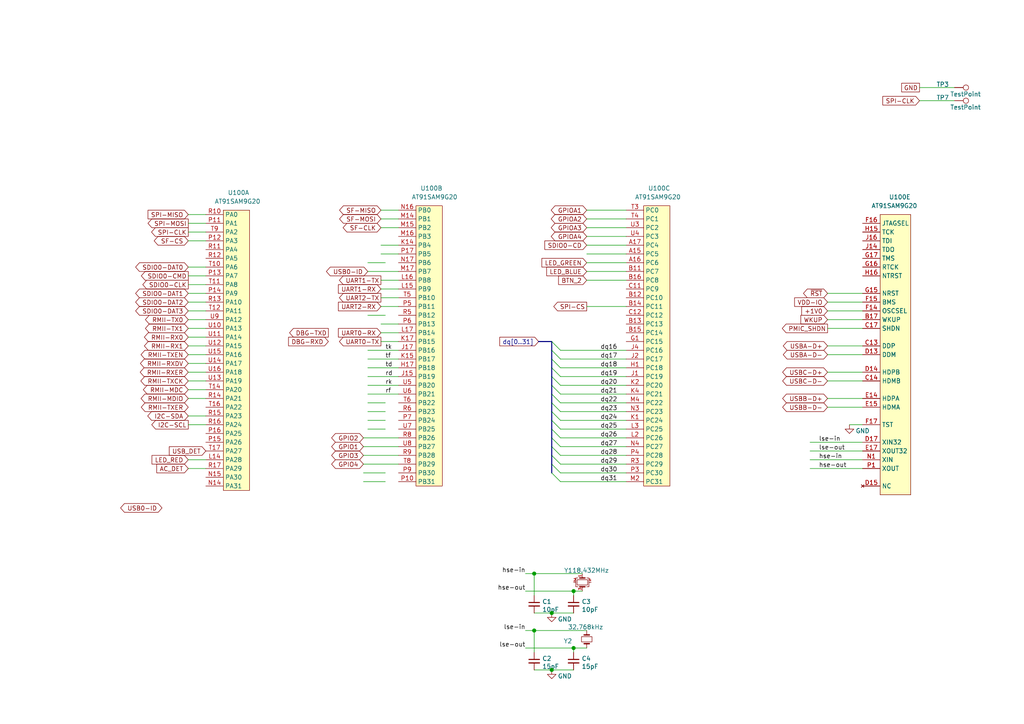
<source format=kicad_sch>
(kicad_sch (version 20250114) (generator "eeschema") (generator_version "9.0")
  (paper "A4")
  (title_block (title "SAM9G20 SBC") (rev "0.1") (company "vd-rd"))
  (lib_symbols
    (symbol "Connector:TestPoint" (pin_numbers (hide yes)) (pin_names (offset 0.762) (hide yes))
      (property "Reference" "TP" (at 0 6.858 0))
      (property "Value" "TestPoint" (at 0 5.08 0))
      (symbol "TestPoint_0_1"
        (circle (center 0 3.302) (radius 0.762))
      )
      (symbol "TestPoint_1_1"
        (pin passive line (at 0 0 90) (length 2.54) (name "1") (number "1"))
      )
    )
    (symbol "Device:C_Small" (pin_numbers (hide yes)) (pin_names (offset 0.254) (hide yes))
      (property "Reference" "C" (at 0.254 1.778 0))
      (property "Value" "C_Small" (at 0.254 -2.032 0))
      (symbol "C_Small_0_1"
        (polyline (pts (xy -1.524 0.508) (xy 1.524 0.508)) (stroke (width 0.3048)))
        (polyline (pts (xy -1.524 -0.508) (xy 1.524 -0.508)) (stroke (width 0.3302)))
      )
      (symbol "C_Small_1_1"
        (pin passive line (at 0 2.54 270) (length 2.032) (name "~") (number "1"))
        (pin passive line (at 0 -2.54 90) (length 2.032) (name "~") (number "2"))
      )
    )
    (symbol "Device:Crystal_GND24_Small" (pin_names (offset 1.016) (hide yes))
      (property "Reference" "Y" (at 1.27 4.445 0))
      (property "Value" "Crystal_GND24_Small" (at 1.27 2.54 0))
      (symbol "Crystal_GND24_Small_0_1"
        (polyline (pts (xy -1.27 1.27) (xy -1.27 1.905) (xy 1.27 1.905) (xy 1.27 1.27)))
        (polyline (pts (xy -1.27 -0.762) (xy -1.27 0.762)) (stroke (width 0.381)))
        (polyline (pts (xy -1.27 -1.27) (xy -1.27 -1.905) (xy 1.27 -1.905) (xy 1.27 -1.27)))
        (rectangle (start -0.762 -1.524) (end 0.762 1.524))
        (polyline (pts (xy 1.27 -0.762) (xy 1.27 0.762)) (stroke (width 0.381)))
      )
      (symbol "Crystal_GND24_Small_1_1"
        (pin passive line (at -2.54 0 0) (length 1.27) (name "1") (number "1"))
        (pin passive line (at 0 2.54 270) (length 0.635) (name "4") (number "4"))
        (pin passive line (at 0 -2.54 90) (length 0.635) (name "2") (number "2"))
        (pin passive line (at 2.54 0 180) (length 1.27) (name "3") (number "3"))
      )
    )
    (symbol "Device:Crystal_Small" (pin_numbers (hide yes)) (pin_names (offset 1.016) (hide yes))
      (property "Reference" "Y" (at 0 2.54 0))
      (property "Value" "Crystal_Small" (at 0 -2.54 0))
      (symbol "Crystal_Small_0_1"
        (polyline (pts (xy -1.27 -0.762) (xy -1.27 0.762)) (stroke (width 0.381)))
        (rectangle (start -0.762 -1.524) (end 0.762 1.524))
        (polyline (pts (xy 1.27 -0.762) (xy 1.27 0.762)) (stroke (width 0.381)))
      )
      (symbol "Crystal_Small_1_1"
        (pin passive line (at -2.54 0 0) (length 1.27) (name "1") (number "1"))
        (pin passive line (at 2.54 0 180) (length 1.27) (name "2") (number "2"))
      )
    )
    (symbol "microchip:AT91SAM9G20"
      (property "Reference" "U" (at 0 43.18 0))
      (property "Value" "AT91SAM9G20" (at -8.89 43.18 0))
      (symbol "AT91SAM9G20_1_0"
        (pin passive line (at -8.89 39.37 0) (length 5.08) (name "PA0") (number "R10"))
        (pin passive line (at -8.89 36.83 0) (length 5.08) (name "PA1") (number "P11"))
        (pin passive line (at -8.89 34.29 0) (length 5.08) (name "PA2") (number "T9"))
        (pin passive line (at -8.89 31.75 0) (length 5.08) (name "PA3") (number "P12"))
        (pin passive line (at -8.89 29.21 0) (length 5.08) (name "PA4") (number "R11"))
        (pin passive line (at -8.89 26.67 0) (length 5.08) (name "PA5") (number "R12"))
        (pin passive line (at -8.89 24.13 0) (length 5.08) (name "PA6") (number "T10"))
        (pin passive line (at -8.89 21.59 0) (length 5.08) (name "PA7") (number "P13"))
        (pin passive line (at -8.89 19.05 0) (length 5.08) (name "PA8") (number "T11"))
        (pin passive line (at -8.89 16.51 0) (length 5.08) (name "PA9") (number "P14"))
        (pin passive line (at -8.89 13.97 0) (length 5.08) (name "PA10") (number "R13"))
        (pin passive line (at -8.89 11.43 0) (length 5.08) (name "PA11") (number "T12"))
        (pin passive line (at -8.89 8.89 0) (length 5.08) (name "PA12") (number "U9"))
        (pin passive line (at -8.89 6.35 0) (length 5.08) (name "PA13") (number "U10"))
        (pin passive line (at -8.89 3.81 0) (length 5.08) (name "PA14") (number "U11"))
        (pin passive line (at -8.89 1.27 0) (length 5.08) (name "PA15") (number "U12"))
        (pin passive line (at -8.89 -1.27 0) (length 5.08) (name "PA16") (number "U15"))
        (pin passive line (at -8.89 -3.81 0) (length 5.08) (name "PA17") (number "U14"))
        (pin passive line (at -8.89 -6.35 0) (length 5.08) (name "PA18") (number "U16"))
        (pin passive line (at -8.89 -8.89 0) (length 5.08) (name "PA19") (number "U13"))
        (pin passive line (at -8.89 -11.43 0) (length 5.08) (name "PA20") (number "T14"))
        (pin passive line (at -8.89 -13.97 0) (length 5.08) (name "PA21") (number "R14"))
        (pin passive line (at -8.89 -16.51 0) (length 5.08) (name "PA22") (number "T16"))
        (pin passive line (at -8.89 -19.05 0) (length 5.08) (name "PA23") (number "R15"))
        (pin passive line (at -8.89 -21.59 0) (length 5.08) (name "PA24") (number "R16"))
        (pin passive line (at -8.89 -24.13 0) (length 5.08) (name "PA25") (number "P16"))
        (pin passive line (at -8.89 -26.67 0) (length 5.08) (name "PA26") (number "P15"))
        (pin passive line (at -8.89 -29.21 0) (length 5.08) (name "PA27") (number "T17"))
        (pin passive line (at -8.89 -31.75 0) (length 5.08) (name "PA28") (number "L14"))
        (pin passive line (at -8.89 -34.29 0) (length 5.08) (name "PA29") (number "R17"))
        (pin passive line (at -8.89 -36.83 0) (length 5.08) (name "PA30") (number "N15"))
        (pin passive line (at -8.89 -39.37 0) (length 5.08) (name "PA31") (number "N14"))
      )
      (symbol "AT91SAM9G20_1_1"
        (rectangle (start -3.81 40.64) (end 3.81 -40.64) (stroke (width 0.1524)) (fill (type background)))
      )
      (symbol "AT91SAM9G20_2_0"
        (pin passive line (at -8.89 39.37 0) (length 5.08) (name "PB0") (number "N16"))
        (pin passive line (at -8.89 36.83 0) (length 5.08) (name "PB1") (number "M14"))
        (pin passive line (at -8.89 34.29 0) (length 5.08) (name "PB2") (number "M15"))
        (pin passive line (at -8.89 31.75 0) (length 5.08) (name "PB3") (number "M16"))
        (pin passive line (at -8.89 29.21 0) (length 5.08) (name "PB4") (number "K14"))
        (pin passive line (at -8.89 26.67 0) (length 5.08) (name "PB5") (number "P17"))
        (pin passive line (at -8.89 24.13 0) (length 5.08) (name "PB6") (number "N17"))
        (pin passive line (at -8.89 21.59 0) (length 5.08) (name "PB7") (number "M17"))
        (pin passive line (at -8.89 19.05 0) (length 5.08) (name "PB8") (number "L16"))
        (pin passive line (at -8.89 16.51 0) (length 5.08) (name "PB9") (number "L15"))
        (pin passive line (at -8.89 13.97 0) (length 5.08) (name "PB10") (number "T5"))
        (pin passive line (at -8.89 11.43 0) (length 5.08) (name "PB11") (number "P5"))
        (pin passive line (at -8.89 8.89 0) (length 5.08) (name "PB12") (number "R5"))
        (pin passive line (at -8.89 6.35 0) (length 5.08) (name "PB13") (number "P6"))
        (pin passive line (at -8.89 3.81 0) (length 5.08) (name "PB14") (number "L17"))
        (pin passive line (at -8.89 1.27 0) (length 5.08) (name "PB15") (number "K17"))
        (pin passive line (at -8.89 -1.27 0) (length 5.08) (name "PB16") (number "J17"))
        (pin passive line (at -8.89 -3.81 0) (length 5.08) (name "PB17") (number "K15"))
        (pin passive line (at -8.89 -6.35 0) (length 5.08) (name "PB18") (number "H17"))
        (pin passive line (at -8.89 -8.89 0) (length 5.08) (name "PB19") (number "J15"))
        (pin passive line (at -8.89 -11.43 0) (length 5.08) (name "PB20") (number "U5"))
        (pin passive line (at -8.89 -13.97 0) (length 5.08) (name "PB21") (number "U6"))
        (pin passive line (at -8.89 -16.51 0) (length 5.08) (name "PB22") (number "T6"))
        (pin passive line (at -8.89 -19.05 0) (length 5.08) (name "PB23") (number "R6"))
        (pin passive line (at -8.89 -21.59 0) (length 5.08) (name "PB24") (number "P7"))
        (pin passive line (at -8.89 -24.13 0) (length 5.08) (name "PB25") (number "U7"))
        (pin passive line (at -8.89 -26.67 0) (length 5.08) (name "PB26") (number "R8"))
        (pin passive line (at -8.89 -29.21 0) (length 5.08) (name "PB27") (number "U8"))
        (pin passive line (at -8.89 -31.75 0) (length 5.08) (name "PB28") (number "R9"))
        (pin passive line (at -8.89 -34.29 0) (length 5.08) (name "PB29") (number "T8"))
        (pin passive line (at -8.89 -36.83 0) (length 5.08) (name "PB30") (number "P9"))
        (pin passive line (at -8.89 -39.37 0) (length 5.08) (name "PB31") (number "P10"))
      )
      (symbol "AT91SAM9G20_2_1"
        (rectangle (start -3.81 40.64) (end 3.81 -40.64) (stroke (width 0.1524)) (fill (type background)))
      )
      (symbol "AT91SAM9G20_3_0"
        (pin passive line (at -8.89 39.37 0) (length 5.08) (name "PC0") (number "T3"))
        (pin passive line (at -8.89 36.83 0) (length 5.08) (name "PC1") (number "T4"))
        (pin passive line (at -8.89 34.29 0) (length 5.08) (name "PC2") (number "U3"))
        (pin passive line (at -8.89 31.75 0) (length 5.08) (name "PC3") (number "U4"))
        (pin passive line (at -8.89 29.21 0) (length 5.08) (name "PC4") (number "A17"))
        (pin passive line (at -8.89 26.67 0) (length 5.08) (name "PC5") (number "A15"))
        (pin passive line (at -8.89 24.13 0) (length 5.08) (name "PC6") (number "A16"))
        (pin passive line (at -8.89 21.59 0) (length 5.08) (name "PC7") (number "B11"))
        (pin passive line (at -8.89 19.05 0) (length 5.08) (name "PC8") (number "B16"))
        (pin passive line (at -8.89 16.51 0) (length 5.08) (name "PC9") (number "C11"))
        (pin passive line (at -8.89 13.97 0) (length 5.08) (name "PC10") (number "B12"))
        (pin passive line (at -8.89 11.43 0) (length 5.08) (name "PC11") (number "B14"))
        (pin passive line (at -8.89 8.89 0) (length 5.08) (name "PC12") (number "C12"))
        (pin passive line (at -8.89 6.35 0) (length 5.08) (name "PC13") (number "B13"))
        (pin passive line (at -8.89 3.81 0) (length 5.08) (name "PC14") (number "B15"))
        (pin passive line (at -8.89 1.27 0) (length 5.08) (name "PC15") (number "G1"))
        (pin passive line (at -8.89 -1.27 0) (length 5.08) (name "PC16") (number "J4"))
        (pin passive line (at -8.89 -3.81 0) (length 5.08) (name "PC17") (number "J2"))
        (pin passive line (at -8.89 -6.35 0) (length 5.08) (name "PC18") (number "H1"))
        (pin passive line (at -8.89 -8.89 0) (length 5.08) (name "PC19") (number "J1"))
        (pin passive line (at -8.89 -11.43 0) (length 5.08) (name "PC20") (number "K2"))
        (pin passive line (at -8.89 -13.97 0) (length 5.08) (name "PC21") (number "K4"))
        (pin passive line (at -8.89 -16.51 0) (length 5.08) (name "PC22") (number "M4"))
        (pin passive line (at -8.89 -19.05 0) (length 5.08) (name "PC23") (number "N3"))
        (pin passive line (at -8.89 -21.59 0) (length 5.08) (name "PC24") (number "K1"))
        (pin passive line (at -8.89 -24.13 0) (length 5.08) (name "PC25") (number "L3"))
        (pin passive line (at -8.89 -26.67 0) (length 5.08) (name "PC26") (number "L2"))
        (pin passive line (at -8.89 -29.21 0) (length 5.08) (name "PC27") (number "N4"))
        (pin passive line (at -8.89 -31.75 0) (length 5.08) (name "PC28") (number "P4"))
        (pin passive line (at -8.89 -34.29 0) (length 5.08) (name "PC29") (number "R3"))
        (pin passive line (at -8.89 -36.83 0) (length 5.08) (name "PC30") (number "P3"))
        (pin passive line (at -8.89 -39.37 0) (length 5.08) (name "PC31") (number "M2"))
      )
      (symbol "AT91SAM9G20_3_1"
        (rectangle (start -3.81 40.64) (end 3.81 -40.64) (stroke (width 0.1524)) (fill (type background)))
      )
      (symbol "AT91SAM9G20_4_0"
        (pin passive line (at -12.7 38.1 0) (length 5.08) (name "A0/NBS0") (number "A2"))
        (pin passive line (at -12.7 35.56 0) (length 5.08) (name "A1/NBS2/NWR2") (number "A3"))
        (pin passive line (at -12.7 33.02 0) (length 5.08) (name "A2") (number "C4"))
        (pin passive line (at -12.7 30.48 0) (length 5.08) (name "A3") (number "B5"))
        (pin passive line (at -12.7 27.94 0) (length 5.08) (name "A4") (number "C5"))
        (pin passive line (at -12.7 25.4 0) (length 5.08) (name "A5") (number "D5"))
        (pin passive line (at -12.7 22.86 0) (length 5.08) (name "A6") (number "A4"))
        (pin passive line (at -12.7 20.32 0) (length 5.08) (name "A7") (number "B6"))
        (pin passive line (at -12.7 17.78 0) (length 5.08) (name "A8") (number "A5"))
        (pin passive line (at -12.7 15.24 0) (length 5.08) (name "A9") (number "C6"))
        (pin passive line (at -12.7 12.7 0) (length 5.08) (name "A10") (number "D7"))
        (pin passive line (at -12.7 10.16 0) (length 5.08) (name "A11") (number "A6"))
        (pin passive line (at -12.7 7.62 0) (length 5.08) (name "A12") (number "B7"))
        (pin passive line (at -12.7 5.08 0) (length 5.08) (name "A13") (number "A7"))
        (pin passive line (at -12.7 2.54 0) (length 5.08) (name "A14") (number "C7"))
        (pin passive line (at -12.7 0 0) (length 5.08) (name "A15") (number "B8"))
        (pin passive line (at -12.7 -2.54 0) (length 5.08) (name "A16/BA0") (number "A8"))
        (pin passive line (at -12.7 -5.08 0) (length 5.08) (name "A17/BA1") (number "C8"))
        (pin passive line (at -12.7 -7.62 0) (length 5.08) (name "A18") (number "A9"))
        (pin passive line (at -12.7 -10.16 0) (length 5.08) (name "A19") (number "C9"))
        (pin passive line (at -12.7 -12.7 0) (length 5.08) (name "A20") (number "B9"))
        (pin passive line (at -12.7 -15.24 0) (length 5.08) (name "A21") (number "A10"))
        (pin passive line (at -12.7 -17.78 0) (length 5.08) (name "A22") (number "A11"))
        (pin passive line (at -12.7 -22.86 0) (length 5.08) (name "SDA10") (number "B4"))
        (pin passive line (at -12.7 -27.94 0) (length 5.08) (name "RAS") (number "D3"))
        (pin passive line (at -12.7 -30.48 0) (length 5.08) (name "SDWE") (number "F2"))
        (pin passive line (at -12.7 -33.02 0) (length 5.08) (name "CAS") (number "C3"))
        (pin passive line (at -12.7 -35.56 0) (length 5.08) (name "SDCK") (number "B1"))
        (pin passive line (at -12.7 -38.1 0) (length 5.08) (name "SDCKE") (number "G3"))
        (pin passive line (at 24.13 38.1 180) (length 5.08) (name "D0") (number "D4"))
        (pin passive line (at 24.13 35.56 180) (length 5.08) (name "D1") (number "C2"))
        (pin passive line (at 24.13 33.02 180) (length 5.08) (name "D2") (number "D2"))
        (pin passive line (at 24.13 30.48 180) (length 5.08) (name "D3") (number "E3"))
        (pin passive line (at 24.13 27.94 180) (length 5.08) (name "D4") (number "E4"))
        (pin passive line (at 24.13 25.4 180) (length 5.08) (name "D5") (number "E2"))
        (pin passive line (at 24.13 22.86 180) (length 5.08) (name "D6") (number "F3"))
        (pin passive line (at 24.13 20.32 180) (length 5.08) (name "D7") (number "G2"))
        (pin passive line (at 24.13 17.78 180) (length 5.08) (name "D8") (number "C1"))
        (pin passive line (at 24.13 15.24 180) (length 5.08) (name "D9") (number "D1"))
        (pin passive line (at 24.13 12.7 180) (length 5.08) (name "D10") (number "E1"))
        (pin passive line (at 24.13 10.16 180) (length 5.08) (name "D11") (number "H4"))
        (pin passive line (at 24.13 7.62 180) (length 5.08) (name "D12") (number "H3"))
        (pin passive line (at 24.13 5.08 180) (length 5.08) (name "D13") (number "F1"))
        (pin passive line (at 24.13 2.54 180) (length 5.08) (name "D14") (number "H2"))
        (pin passive line (at 24.13 0 180) (length 5.08) (name "D15") (number "K3"))
        (pin passive line (at 24.13 -6.35 180) (length 5.08) (name "NCS0") (number "A14"))
        (pin passive line (at 24.13 -8.89 180) (length 5.08) (name "NCS1/SDCS") (number "B3"))
        (pin passive line (at 24.13 -19.05 180) (length 5.08) (name "NWR0/NWE/CFWE") (number "A12"))
        (pin passive line (at 24.13 -21.59 180) (length 5.08) (name "NWR1/NBS1/CFIOR") (number "B2"))
        (pin passive line (at 24.13 -24.13 180) (length 5.08) (name "NWR3/NBS3/CFIOW") (number "A1"))
        (pin passive line (at 24.13 -29.21 180) (length 5.08) (name "NRD/CFOE") (number "A13"))
        (pin passive line (at 24.13 -31.75 180) (length 5.08) (name "NANDWE") (number "B10"))
        (pin passive line (at 24.13 -34.29 180) (length 5.08) (name "NANDOE") (number "C10"))
      )
      (symbol "AT91SAM9G20_4_1"
        (rectangle (start -7.62 39.37) (end 19.05 -39.37) (stroke (width 0.1524)) (fill (type background)))
      )
      (symbol "AT91SAM9G20_5_0"
        (pin passive line (at -8.89 31.75 0) (length 5.08) (name "JTAGSEL") (number "F16"))
        (pin passive line (at -8.89 29.21 0) (length 5.08) (name "TCK") (number "H15"))
        (pin passive line (at -8.89 26.67 0) (length 5.08) (name "TDI") (number "J16"))
        (pin passive line (at -8.89 24.13 0) (length 5.08) (name "TDO") (number "J14"))
        (pin passive line (at -8.89 21.59 0) (length 5.08) (name "TMS") (number "G17"))
        (pin passive line (at -8.89 19.05 0) (length 5.08) (name "RTCK") (number "G16"))
        (pin passive line (at -8.89 16.51 0) (length 5.08) (name "NTRST") (number "H16"))
        (pin passive line (at -8.89 11.43 0) (length 5.08) (name "NRST") (number "G15"))
        (pin passive line (at -8.89 8.89 0) (length 5.08) (name "BMS") (number "F15"))
        (pin passive line (at -8.89 6.35 0) (length 5.08) (name "OSCSEL") (number "F14"))
        (pin passive line (at -8.89 3.81 0) (length 5.08) (name "WKUP") (number "B17"))
        (pin passive line (at -8.89 1.27 0) (length 5.08) (name "SHDN") (number "C17"))
        (pin passive line (at -8.89 -3.81 0) (length 5.08) (name "DDP") (number "C13"))
        (pin passive line (at -8.89 -6.35 0) (length 5.08) (name "DDM") (number "D13"))
        (pin passive line (at -8.89 -11.43 0) (length 5.08) (name "HDPB") (number "D14"))
        (pin passive line (at -8.89 -13.97 0) (length 5.08) (name "HDMB") (number "C14"))
        (pin passive line (at -8.89 -19.05 0) (length 5.08) (name "HDPA") (number "E14"))
        (pin passive line (at -8.89 -21.59 0) (length 5.08) (name "HDMA") (number "E15"))
        (pin passive line (at -8.89 -26.67 0) (length 5.08) (name "TST") (number "F17"))
        (pin passive line (at -8.89 -31.75 0) (length 5.08) (name "XIN32") (number "D17"))
        (pin passive line (at -8.89 -34.29 0) (length 5.08) (name "XOUT32") (number "E17"))
        (pin passive line (at -8.89 -36.83 0) (length 5.08) (name "XIN") (number "N1"))
        (pin passive line (at -8.89 -39.37 0) (length 5.08) (name "XOUT") (number "P1"))
        (pin no_connect line (at -8.89 -44.45 0) (length 5.08) (hide yes) (name "NC") (number "C15"))
        (pin no_connect line (at -8.89 -44.45 0) (length 5.08) (name "NC") (number "D15"))
        (pin no_connect line (at -8.89 -44.45 0) (length 5.08) (hide yes) (name "NC") (number "R1"))
        (pin no_connect line (at -8.89 -44.45 0) (length 5.08) (hide yes) (name "NC") (number "T1"))
      )
      (symbol "AT91SAM9G20_5_1"
        (rectangle (start -3.81 34.29) (end 5.08 -46.99) (stroke (width 0.1524)) (fill (type background)))
      )
      (symbol "AT91SAM9G20_6_0"
        (pin power_in line (at -6.35 34.29 0) (length 5.08) (hide yes) (name "VDDIOP") (number "P8"))
        (pin power_in line (at -6.35 34.29 0) (length 5.08) (name "VDDIOP") (number "U17"))
        (pin power_in line (at -6.35 29.21 0) (length 5.08) (name "VDDIOM") (number "D11"))
        (pin power_in line (at -6.35 29.21 0) (length 5.08) (hide yes) (name "VDDIOM") (number "G4"))
        (pin power_in line (at -6.35 29.21 0) (length 5.08) (hide yes) (name "VDDIOM") (number "J3"))
        (pin power_in line (at -6.35 24.13 0) (length 5.08) (hide yes) (name "VDDCORE") (number "D9"))
        (pin power_in line (at -6.35 24.13 0) (length 5.08) (hide yes) (name "VDDCORE") (number "H14"))
        (pin power_in line (at -6.35 24.13 0) (length 5.08) (hide yes) (name "VDDCORE") (number "M1"))
        (pin power_in line (at -6.35 24.13 0) (length 5.08) (name "VDDCORE") (number "T13"))
        (pin passive line (at -6.35 19.05 0) (length 5.08) (name "VDDPLL") (number "N2"))
        (pin passive line (at -6.35 19.05 0) (length 5.08) (hide yes) (name "VDDPLL") (number "P2"))
        (pin passive line (at -6.35 16.51 0) (length 5.08) (name "GNDPLL") (number "T2"))
        (pin passive line (at -6.35 16.51 0) (length 5.08) (hide yes) (name "GNDPLL") (number "U1"))
        (pin power_in line (at -6.35 11.43 0) (length 5.08) (name "VDDBU") (number "D16"))
        (pin passive line (at -6.35 8.89 0) (length 5.08) (name "GNDBU") (number "E16"))
        (pin passive line (at -6.35 3.81 0) (length 5.08) (name "VDDUSB") (number "C16"))
        (pin passive line (at -6.35 1.27 0) (length 5.08) (name "GNDUSB") (number "D10"))
        (pin passive line (at -6.35 1.27 0) (length 5.08) (hide yes) (name "GNDUSB") (number "D12"))
        (pin passive line (at -6.35 -3.81 0) (length 5.08) (name "VDDOSC") (number "L4"))
        (pin passive line (at -6.35 -8.89 0) (length 5.08) (name "VDDANA") (number "R4"))
        (pin passive line (at -6.35 -11.43 0) (length 5.08) (name "ADVREF") (number "U2"))
        (pin passive line (at -6.35 -13.97 0) (length 5.08) (name "GNDANA") (number "R2"))
        (pin passive line (at -6.35 -19.05 0) (length 5.08) (name "GND") (number "D6"))
        (pin passive line (at -6.35 -19.05 0) (length 5.08) (hide yes) (name "GND") (number "D8"))
        (pin passive line (at -6.35 -19.05 0) (length 5.08) (hide yes) (name "GND") (number "F4"))
        (pin passive line (at -6.35 -19.05 0) (length 5.08) (hide yes) (name "GND") (number "G14"))
        (pin passive line (at -6.35 -19.05 0) (length 5.08) (hide yes) (name "GND") (number "H10"))
        (pin passive line (at -6.35 -19.05 0) (length 5.08) (hide yes) (name "GND") (number "H8"))
        (pin passive line (at -6.35 -19.05 0) (length 5.08) (hide yes) (name "GND") (number "H9"))
        (pin passive line (at -6.35 -19.05 0) (length 5.08) (hide yes) (name "GND") (number "J10"))
        (pin passive line (at -6.35 -19.05 0) (length 5.08) (hide yes) (name "GND") (number "J8"))
        (pin passive line (at -6.35 -19.05 0) (length 5.08) (hide yes) (name "GND") (number "J9"))
        (pin passive line (at -6.35 -19.05 0) (length 5.08) (hide yes) (name "GND") (number "K10"))
        (pin passive line (at -6.35 -19.05 0) (length 5.08) (hide yes) (name "GND") (number "K16"))
        (pin passive line (at -6.35 -19.05 0) (length 5.08) (hide yes) (name "GND") (number "K8"))
        (pin passive line (at -6.35 -19.05 0) (length 5.08) (hide yes) (name "GND") (number "K9"))
        (pin passive line (at -6.35 -19.05 0) (length 5.08) (hide yes) (name "GND") (number "L1"))
        (pin passive line (at -6.35 -19.05 0) (length 5.08) (hide yes) (name "GND") (number "M3"))
        (pin passive line (at -6.35 -19.05 0) (length 5.08) (hide yes) (name "GND") (number "R7"))
        (pin passive line (at -6.35 -19.05 0) (length 5.08) (hide yes) (name "GND") (number "T15"))
        (pin passive line (at -6.35 -19.05 0) (length 5.08) (hide yes) (name "GND") (number "T7"))
      )
      (symbol "AT91SAM9G20_6_1"
        (rectangle (start -1.27 38.1) (end 7.62 -21.59) (stroke (width 0.1524)) (fill (type background)))
      )
    )
    (symbol "power:GND" (power) (pin_names (offset 0))
      (property "Value" "GND" (at 0 -3.81 0))
      (symbol "GND_0_1"
        (polyline (pts (xy 0 0) (xy 0 -1.27) (xy 1.27 -1.27) (xy 0 -2.54) (xy -1.27 -1.27) (xy 0 -1.27)))
      )
      (symbol "GND_1_1"
        (pin power_in line (at 0 0 270) (length 0) (hide yes) (name "GND") (number "1"))
      )
    )
  )
  (junction (at 160.02 194.31) (diameter 1.016))
  (junction (at 154.94 166.37) (diameter 1.016))
  (junction (at 160.02 177.8) (diameter 1.016))
  (junction (at 166.37 187.96) (diameter 1.016))
  (junction (at 154.94 182.88) (diameter 1.016))
  (junction (at 166.37 171.45) (diameter 1.016))
  (bus_entry (at 160.02 124.46) (size 2.54 2.54) (stroke (width 0.1524)))
  (bus_entry (at 160.02 111.76) (size 2.54 2.54) (stroke (width 0.1524)))
  (bus_entry (at 160.02 127) (size 2.54 2.54) (stroke (width 0.1524)))
  (bus_entry (at 160.02 99.06) (size 2.54 2.54) (stroke (width 0.1524)))
  (bus_entry (at 160.02 101.6) (size 2.54 2.54) (stroke (width 0.1524)))
  (bus_entry (at 160.02 106.68) (size 2.54 2.54) (stroke (width 0.1524)))
  (bus_entry (at 160.02 104.14) (size 2.54 2.54) (stroke (width 0.1524)))
  (bus_entry (at 160.02 121.92) (size 2.54 2.54) (stroke (width 0.1524)))
  (bus_entry (at 160.02 109.22) (size 2.54 2.54) (stroke (width 0.1524)))
  (bus_entry (at 160.02 114.3) (size 2.54 2.54) (stroke (width 0.1524)))
  (bus_entry (at 160.02 116.84) (size 2.54 2.54) (stroke (width 0.1524)))
  (bus_entry (at 160.02 119.38) (size 2.54 2.54) (stroke (width 0.1524)))
  (bus_entry (at 160.02 132.08) (size 2.54 2.54) (stroke (width 0.1524)))
  (bus_entry (at 160.02 129.54) (size 2.54 2.54) (stroke (width 0.1524)))
  (bus_entry (at 160.02 137.16) (size 2.54 2.54) (stroke (width 0.1524)))
  (bus_entry (at 160.02 134.62) (size 2.54 2.54) (stroke (width 0.1524)))
  (wire (pts (xy 54.61 133.35) (xy 59.69 133.35)))
  (wire (pts (xy 54.61 100.33) (xy 59.69 100.33)))
  (wire (pts (xy 234.95 128.27) (xy 250.19 128.27)))
  (wire (pts (xy 181.61 116.84) (xy 162.56 116.84)))
  (wire (pts (xy 54.61 97.79) (xy 59.69 97.79)))
  (wire (pts (xy 240.03 87.63) (xy 250.19 87.63)))
  (bus (pts (xy 160.02 99.06) (xy 156.21 99.06)))
  (wire (pts (xy 54.61 105.41) (xy 59.69 105.41)))
  (wire (pts (xy 110.49 83.82) (xy 115.57 83.82)))
  (wire (pts (xy 110.49 60.96) (xy 115.57 60.96)))
  (wire (pts (xy 181.61 134.62) (xy 162.56 134.62)))
  (wire (pts (xy 106.68 104.14) (xy 115.57 104.14)))
  (wire (pts (xy 110.49 93.98) (xy 115.57 93.98)))
  (wire (pts (xy 170.18 81.28) (xy 181.61 81.28)))
  (wire (pts (xy 160.02 194.31) (xy 166.37 194.31)))
  (wire (pts (xy 54.61 64.77) (xy 59.69 64.77)))
  (wire (pts (xy 105.41 139.7) (xy 111.76 139.7)))
  (wire (pts (xy 166.37 187.96) (xy 170.18 187.96)))
  (wire (pts (xy 152.4 187.96) (xy 166.37 187.96)))
  (wire (pts (xy 106.68 111.76) (xy 115.57 111.76)))
  (wire (pts (xy 110.49 99.06) (xy 115.57 99.06)))
  (wire (pts (xy 166.37 171.45) (xy 166.37 172.72)))
  (wire (pts (xy 54.61 85.09) (xy 59.69 85.09)))
  (wire (pts (xy 266.7 25.4) (xy 276.86 25.4)))
  (wire (pts (xy 170.18 71.12) (xy 181.61 71.12)))
  (wire (pts (xy 106.68 121.92) (xy 111.76 121.92)))
  (wire (pts (xy 170.18 78.74) (xy 181.61 78.74)))
  (wire (pts (xy 240.03 90.17) (xy 250.19 90.17)))
  (wire (pts (xy 105.41 127) (xy 115.57 127)))
  (wire (pts (xy 240.03 95.25) (xy 250.19 95.25)))
  (wire (pts (xy 181.61 129.54) (xy 162.56 129.54)))
  (wire (pts (xy 54.61 113.03) (xy 59.69 113.03)))
  (wire (pts (xy 54.61 115.57) (xy 59.69 115.57)))
  (wire (pts (xy 110.49 86.36) (xy 115.57 86.36)))
  (wire (pts (xy 54.61 102.87) (xy 59.69 102.87)))
  (wire (pts (xy 54.61 95.25) (xy 59.69 95.25)))
  (wire (pts (xy 110.49 63.5) (xy 115.57 63.5)))
  (wire (pts (xy 170.18 60.96) (xy 181.61 60.96)))
  (wire (pts (xy 154.94 194.31) (xy 160.02 194.31)))
  (wire (pts (xy 54.61 110.49) (xy 59.69 110.49)))
  (wire (pts (xy 181.61 124.46) (xy 162.56 124.46)))
  (wire (pts (xy 240.03 100.33) (xy 250.19 100.33)))
  (wire (pts (xy 154.94 166.37) (xy 168.91 166.37)))
  (wire (pts (xy 152.4 166.37) (xy 154.94 166.37)))
  (wire (pts (xy 154.94 182.88) (xy 170.18 182.88)))
  (wire (pts (xy 152.4 182.88) (xy 154.94 182.88)))
  (wire (pts (xy 170.18 63.5) (xy 181.61 63.5)))
  (wire (pts (xy 54.61 82.55) (xy 59.69 82.55)))
  (wire (pts (xy 170.18 76.2) (xy 181.61 76.2)))
  (wire (pts (xy 106.68 76.2) (xy 111.76 76.2)))
  (wire (pts (xy 106.68 114.3) (xy 115.57 114.3)))
  (wire (pts (xy 106.68 119.38) (xy 111.76 119.38)))
  (wire (pts (xy 181.61 104.14) (xy 162.56 104.14)))
  (wire (pts (xy 110.49 81.28) (xy 115.57 81.28)))
  (wire (pts (xy 240.03 92.71) (xy 250.19 92.71)))
  (wire (pts (xy 170.18 73.66) (xy 181.61 73.66)))
  (wire (pts (xy 54.61 69.85) (xy 59.69 69.85)))
  (wire (pts (xy 54.61 62.23) (xy 59.69 62.23)))
  (wire (pts (xy 54.61 107.95) (xy 59.69 107.95)))
  (wire (pts (xy 106.68 91.44) (xy 111.76 91.44)))
  (wire (pts (xy 54.61 120.65) (xy 59.69 120.65)))
  (wire (pts (xy 106.68 106.68) (xy 115.57 106.68)))
  (wire (pts (xy 110.49 71.12) (xy 115.57 71.12)))
  (wire (pts (xy 54.61 92.71) (xy 59.69 92.71)))
  (wire (pts (xy 181.61 111.76) (xy 162.56 111.76)))
  (wire (pts (xy 54.61 77.47) (xy 59.69 77.47)))
  (bus (pts (xy 160.02 114.3) (xy 160.02 116.84)))
  (bus (pts (xy 160.02 116.84) (xy 160.02 119.38)))
  (bus (pts (xy 160.02 119.38) (xy 160.02 121.92)))
  (bus (pts (xy 160.02 121.92) (xy 160.02 124.46)))
  (bus (pts (xy 160.02 127) (xy 160.02 129.54)))
  (bus (pts (xy 160.02 129.54) (xy 160.02 132.08)))
  (bus (pts (xy 160.02 132.08) (xy 160.02 134.62)))
  (bus (pts (xy 160.02 124.46) (xy 160.02 127)))
  (bus (pts (xy 160.02 134.62) (xy 160.02 137.16)))
  (bus (pts (xy 160.02 99.06) (xy 160.02 101.6)))
  (bus (pts (xy 160.02 101.6) (xy 160.02 104.14)))
  (bus (pts (xy 160.02 104.14) (xy 160.02 106.68)))
  (bus (pts (xy 160.02 106.68) (xy 160.02 109.22)))
  (bus (pts (xy 160.02 109.22) (xy 160.02 111.76)))
  (bus (pts (xy 160.02 111.76) (xy 160.02 114.3)))
  (wire (pts (xy 170.18 68.58) (xy 181.61 68.58)))
  (wire (pts (xy 105.41 129.54) (xy 115.57 129.54)))
  (wire (pts (xy 181.61 137.16) (xy 162.56 137.16)))
  (wire (pts (xy 152.4 171.45) (xy 166.37 171.45)))
  (wire (pts (xy 166.37 171.45) (xy 168.91 171.45)))
  (wire (pts (xy 154.94 166.37) (xy 154.94 172.72)))
  (wire (pts (xy 181.61 101.6) (xy 162.56 101.6)))
  (wire (pts (xy 181.61 114.3) (xy 162.56 114.3)))
  (wire (pts (xy 54.61 135.89) (xy 59.69 135.89)))
  (wire (pts (xy 105.41 132.08) (xy 115.57 132.08)))
  (wire (pts (xy 110.49 73.66) (xy 115.57 73.66)))
  (wire (pts (xy 240.03 107.95) (xy 250.19 107.95)))
  (wire (pts (xy 240.03 118.11) (xy 250.19 118.11)))
  (wire (pts (xy 106.68 116.84) (xy 111.76 116.84)))
  (wire (pts (xy 106.68 78.74) (xy 115.57 78.74)))
  (wire (pts (xy 106.68 101.6) (xy 115.57 101.6)))
  (wire (pts (xy 105.41 134.62) (xy 115.57 134.62)))
  (wire (pts (xy 181.61 121.92) (xy 162.56 121.92)))
  (wire (pts (xy 54.61 87.63) (xy 59.69 87.63)))
  (wire (pts (xy 54.61 90.17) (xy 59.69 90.17)))
  (wire (pts (xy 154.94 182.88) (xy 154.94 189.23)))
  (wire (pts (xy 106.68 124.46) (xy 111.76 124.46)))
  (wire (pts (xy 240.03 110.49) (xy 250.19 110.49)))
  (wire (pts (xy 234.95 133.35) (xy 250.19 133.35)))
  (wire (pts (xy 240.03 115.57) (xy 250.19 115.57)))
  (wire (pts (xy 106.68 109.22) (xy 115.57 109.22)))
  (wire (pts (xy 181.61 119.38) (xy 162.56 119.38)))
  (wire (pts (xy 54.61 80.01) (xy 59.69 80.01)))
  (wire (pts (xy 240.03 102.87) (xy 250.19 102.87)))
  (wire (pts (xy 154.94 177.8) (xy 160.02 177.8)))
  (wire (pts (xy 160.02 177.8) (xy 166.37 177.8)))
  (wire (pts (xy 110.49 88.9) (xy 115.57 88.9)))
  (wire (pts (xy 54.61 67.31) (xy 59.69 67.31)))
  (wire (pts (xy 110.49 66.04) (xy 115.57 66.04)))
  (wire (pts (xy 166.37 187.96) (xy 166.37 189.23)))
  (wire (pts (xy 54.61 123.19) (xy 59.69 123.19)))
  (wire (pts (xy 234.95 135.89) (xy 250.19 135.89)))
  (wire (pts (xy 234.95 130.81) (xy 250.19 130.81)))
  (wire (pts (xy 105.41 137.16) (xy 111.76 137.16)))
  (wire (pts (xy 110.49 96.52) (xy 115.57 96.52)))
  (wire (pts (xy 246.38 123.19) (xy 250.19 123.19)))
  (wire (pts (xy 170.18 88.9) (xy 181.61 88.9)))
  (wire (pts (xy 181.61 127) (xy 162.56 127)))
  (wire (pts (xy 240.03 85.09) (xy 250.19 85.09)))
  (wire (pts (xy 181.61 109.22) (xy 162.56 109.22)))
  (wire (pts (xy 266.7 29.21) (xy 276.86 29.21)))
  (wire (pts (xy 181.61 139.7) (xy 162.56 139.7)))
  (wire (pts (xy 170.18 66.04) (xy 181.61 66.04)))
  (wire (pts (xy 181.61 132.08) (xy 162.56 132.08)))
  (wire (pts (xy 181.61 106.68) (xy 162.56 106.68)))
  (label "lse-out" (at 152.4 187.96 180))
  (label "lse-in" (at 237.49 128.27 0))
  (label "hse-out" (at 237.49 135.89 0))
  (label "dq19" (at 179.07 109.22 180))
  (label "dq31" (at 179.07 139.7 180))
  (label "dq25" (at 179.07 124.46 180))
  (label "dq29" (at 179.07 134.62 180))
  (label "dq28" (at 179.07 132.08 180))
  (label "dq21" (at 179.07 114.3 180))
  (label "lse-in" (at 152.4 182.88 180))
  (label "lse-out" (at 237.49 130.81 0))
  (label "dq20" (at 179.07 111.76 180))
  (label "dq17" (at 179.07 104.14 180))
  (label "tk" (at 111.76 101.6 0))
  (label "rd" (at 111.76 109.22 0))
  (label "hse-out" (at 152.4 171.45 180))
  (label "dq30" (at 179.07 137.16 180))
  (label "dq22" (at 179.07 116.84 180))
  (label "dq26" (at 179.07 127 180))
  (label "dq16" (at 179.07 101.6 180))
  (label "dq24" (at 179.07 121.92 180))
  (label "rf" (at 111.76 114.3 0))
  (label "tf" (at 111.76 104.14 0))
  (label "rk" (at 111.76 111.76 0))
  (label "dq23" (at 179.07 119.38 180))
  (label "hse-in" (at 237.49 133.35 0))
  (label "td" (at 111.76 106.68 0))
  (label "dq27" (at 179.07 129.54 180))
  (label "hse-in" (at 152.4 166.37 180))
  (label "dq18" (at 179.07 106.68 180))
  (global_label "SPI-CLK" (shape input) (at 266.7 29.21 180) (property "Intersheetrefs" "${INTERSHEET_REFS}" (effects (hide yes))))
  (global_label "GPIOA3" (shape bidirectional) (at 170.18 66.04 180) (property "Intersheetrefs" "${INTERSHEET_REFS}" (effects (hide yes))))
  (global_label "LED_GREEN" (shape input) (at 170.18 76.2 180) (property "Intersheetrefs" "${INTERSHEET_REFS}" (effects (hide yes))))
  (global_label "VDD-IO" (shape input) (at 240.03 87.63 180) (property "Intersheetrefs" "${INTERSHEET_REFS}" (effects (hide yes))))
  (global_label "UART0-TX" (shape output) (at 110.49 99.06 180) (property "Intersheetrefs" "${INTERSHEET_REFS}" (effects (hide yes))))
  (global_label "DBG-RXD" (shape input) (at 95.25 99.06 180) (property "Intersheetrefs" "${INTERSHEET_REFS}" (effects (hide yes))))
  (global_label "RMII-TX1" (shape bidirectional) (at 54.61 95.25 180) (property "Intersheetrefs" "${INTERSHEET_REFS}" (effects (hide yes))))
  (global_label "I2C-SDA" (shape bidirectional) (at 54.61 120.65 180) (property "Intersheetrefs" "${INTERSHEET_REFS}" (effects (hide yes))))
  (global_label "WKUP" (shape input) (at 240.03 92.71 180) (property "Intersheetrefs" "${INTERSHEET_REFS}" (effects (hide yes))))
  (global_label "UART0-RX" (shape input) (at 110.49 96.52 180) (property "Intersheetrefs" "${INTERSHEET_REFS}" (effects (hide yes))))
  (global_label "SDIO0-DAT0" (shape bidirectional) (at 54.61 77.47 180) (property "Intersheetrefs" "${INTERSHEET_REFS}" (effects (hide yes))))
  (global_label "USBA-D-" (shape bidirectional) (at 240.03 102.87 180) (property "Intersheetrefs" "${INTERSHEET_REFS}" (effects (hide yes))))
  (global_label "GPIO1" (shape bidirectional) (at 105.41 129.54 180) (property "Intersheetrefs" "${INTERSHEET_REFS}" (effects (hide yes))))
  (global_label "SPI-CS" (shape output) (at 170.18 88.9 180) (property "Intersheetrefs" "${INTERSHEET_REFS}" (effects (hide yes))))
  (global_label "UART1-TX" (shape output) (at 110.49 81.28 180) (property "Intersheetrefs" "${INTERSHEET_REFS}" (effects (hide yes))))
  (global_label "SDIO0-CD" (shape input) (at 170.18 71.12 180) (property "Intersheetrefs" "${INTERSHEET_REFS}" (effects (hide yes))))
  (global_label "SDIO0-DAT3" (shape bidirectional) (at 54.61 90.17 180) (property "Intersheetrefs" "${INTERSHEET_REFS}" (effects (hide yes))))
  (global_label "SF-CS" (shape bidirectional) (at 54.61 69.85 180) (property "Intersheetrefs" "${INTERSHEET_REFS}" (effects (hide yes))))
  (global_label "USB0-ID" (shape bidirectional) (at 46.99 147.32 180) (property "Intersheetrefs" "${INTERSHEET_REFS}" (effects (hide yes))))
  (global_label "SDIO0-CMD" (shape output) (at 54.61 80.01 180) (property "Intersheetrefs" "${INTERSHEET_REFS}" (effects (hide yes))))
  (global_label "SPI-MOSI" (shape output) (at 54.61 64.77 180) (property "Intersheetrefs" "${INTERSHEET_REFS}" (effects (hide yes))))
  (global_label "USBB-D+" (shape bidirectional) (at 240.03 115.57 180) (property "Intersheetrefs" "${INTERSHEET_REFS}" (effects (hide yes))))
  (global_label "GPIO4" (shape bidirectional) (at 105.41 134.62 180) (property "Intersheetrefs" "${INTERSHEET_REFS}" (effects (hide yes))))
  (global_label "RMII-RX0" (shape bidirectional) (at 54.61 97.79 180) (property "Intersheetrefs" "${INTERSHEET_REFS}" (effects (hide yes))))
  (global_label "LED_BLUE" (shape input) (at 170.18 78.74 180) (property "Intersheetrefs" "${INTERSHEET_REFS}" (effects (hide yes))))
  (global_label "PMIC_SHDN" (shape output) (at 240.03 95.25 180) (property "Intersheetrefs" "${INTERSHEET_REFS}" (effects (hide yes))))
  (global_label "RMII-RXDV" (shape bidirectional) (at 54.61 105.41 180) (property "Intersheetrefs" "${INTERSHEET_REFS}" (effects (hide yes))))
  (global_label "GPIOA1" (shape bidirectional) (at 170.18 60.96 180) (property "Intersheetrefs" "${INTERSHEET_REFS}" (effects (hide yes))))
  (global_label "SF-CLK" (shape bidirectional) (at 110.49 66.04 180) (property "Intersheetrefs" "${INTERSHEET_REFS}" (effects (hide yes))))
  (global_label "LED_RED" (shape input) (at 54.61 133.35 180) (property "Intersheetrefs" "${INTERSHEET_REFS}" (effects (hide yes))))
  (global_label "RMII-MDC" (shape bidirectional) (at 54.61 113.03 180) (property "Intersheetrefs" "${INTERSHEET_REFS}" (effects (hide yes))))
  (global_label "SDIO0-DAT1" (shape bidirectional) (at 54.61 85.09 180) (property "Intersheetrefs" "${INTERSHEET_REFS}" (effects (hide yes))))
  (global_label "SF-MOSI" (shape bidirectional) (at 110.49 63.5 180) (property "Intersheetrefs" "${INTERSHEET_REFS}" (effects (hide yes))))
  (global_label "GPIOA4" (shape bidirectional) (at 170.18 68.58 180) (property "Intersheetrefs" "${INTERSHEET_REFS}" (effects (hide yes))))
  (global_label "USBC-D-" (shape bidirectional) (at 240.03 110.49 180) (property "Intersheetrefs" "${INTERSHEET_REFS}" (effects (hide yes))))
  (global_label "RMII-MDIO" (shape bidirectional) (at 54.61 115.57 180) (property "Intersheetrefs" "${INTERSHEET_REFS}" (effects (hide yes))))
  (global_label "RMII-RXER" (shape bidirectional) (at 54.61 107.95 180) (property "Intersheetrefs" "${INTERSHEET_REFS}" (effects (hide yes))))
  (global_label "GPIO3" (shape bidirectional) (at 105.41 132.08 180) (property "Intersheetrefs" "${INTERSHEET_REFS}" (effects (hide yes))))
  (global_label "GPIO2" (shape bidirectional) (at 105.41 127 180) (property "Intersheetrefs" "${INTERSHEET_REFS}" (effects (hide yes))))
  (global_label "RMII-TX0" (shape bidirectional) (at 54.61 92.71 180) (property "Intersheetrefs" "${INTERSHEET_REFS}" (effects (hide yes))))
  (global_label "~{RST}" (shape bidirectional) (at 240.03 85.09 180) (property "Intersheetrefs" "${INTERSHEET_REFS}" (effects (hide yes))))
  (global_label "DBG-TXD" (shape output) (at 95.25 96.52 180) (property "Intersheetrefs" "${INTERSHEET_REFS}" (effects (hide yes))))
  (global_label "UART1-RX" (shape input) (at 110.49 83.82 180) (property "Intersheetrefs" "${INTERSHEET_REFS}" (effects (hide yes))))
  (global_label "USBB-D-" (shape bidirectional) (at 240.03 118.11 180) (property "Intersheetrefs" "${INTERSHEET_REFS}" (effects (hide yes))))
  (global_label "RMII-TXEN" (shape bidirectional) (at 54.61 102.87 180) (property "Intersheetrefs" "${INTERSHEET_REFS}" (effects (hide yes))))
  (global_label "UART2-TX" (shape output) (at 110.49 86.36 180) (property "Intersheetrefs" "${INTERSHEET_REFS}" (effects (hide yes))))
  (global_label "I2C-SCL" (shape output) (at 54.61 123.19 180) (property "Intersheetrefs" "${INTERSHEET_REFS}" (effects (hide yes))))
  (global_label "+1V0" (shape input) (at 240.03 90.17 180) (property "Intersheetrefs" "${INTERSHEET_REFS}" (effects (hide yes))))
  (global_label "SPI-MISO" (shape input) (at 54.61 62.23 180) (property "Intersheetrefs" "${INTERSHEET_REFS}" (effects (hide yes))))
  (global_label "UART2-RX" (shape input) (at 110.49 88.9 180) (property "Intersheetrefs" "${INTERSHEET_REFS}" (effects (hide yes))))
  (global_label "USB_DET" (shape input) (at 59.69 130.81 180) (property "Intersheetrefs" "${INTERSHEET_REFS}" (effects (hide yes))))
  (global_label "SPI-CLK" (shape output) (at 54.61 67.31 180) (property "Intersheetrefs" "${INTERSHEET_REFS}" (effects (hide yes))))
  (global_label "SF-MISO" (shape bidirectional) (at 110.49 60.96 180) (property "Intersheetrefs" "${INTERSHEET_REFS}" (effects (hide yes))))
  (global_label "GPIOA2" (shape bidirectional) (at 170.18 63.5 180) (property "Intersheetrefs" "${INTERSHEET_REFS}" (effects (hide yes))))
  (global_label "RMII-TXER" (shape bidirectional) (at 54.61 118.11 180) (property "Intersheetrefs" "${INTERSHEET_REFS}" (effects (hide yes))))
  (global_label "AC_DET" (shape input) (at 54.61 135.89 180) (property "Intersheetrefs" "${INTERSHEET_REFS}" (effects (hide yes))))
  (global_label "SDIO0-DAT2" (shape bidirectional) (at 54.61 87.63 180) (property "Intersheetrefs" "${INTERSHEET_REFS}" (effects (hide yes))))
  (global_label "USBC-D+" (shape bidirectional) (at 240.03 107.95 180) (property "Intersheetrefs" "${INTERSHEET_REFS}" (effects (hide yes))))
  (global_label "BTN_2" (shape input) (at 170.18 81.28 180) (property "Intersheetrefs" "${INTERSHEET_REFS}" (effects (hide yes))))
  (global_label "SDIO0-CLK" (shape output) (at 54.61 82.55 180) (property "Intersheetrefs" "${INTERSHEET_REFS}" (effects (hide yes))))
  (global_label "dq[0..31]" (shape input) (at 156.21 99.06 180) (property "Intersheetrefs" "${INTERSHEET_REFS}" (effects (hide yes))))
  (global_label "USB0-ID" (shape bidirectional) (at 106.68 78.74 180) (property "Intersheetrefs" "${INTERSHEET_REFS}" (effects (hide yes))))
  (global_label "GND" (shape passive) (at 266.7 25.4 180) (property "Intersheetrefs" "${INTERSHEET_REFS}" (effects (hide yes))))
  (global_label "RMII-TXCK" (shape bidirectional) (at 54.61 110.49 180) (property "Intersheetrefs" "${INTERSHEET_REFS}" (effects (hide yes))))
  (global_label "USBA-D+" (shape bidirectional) (at 240.03 100.33 180) (property "Intersheetrefs" "${INTERSHEET_REFS}" (effects (hide yes))))
  (global_label "RMII-RX1" (shape bidirectional) (at 54.61 100.33 180) (property "Intersheetrefs" "${INTERSHEET_REFS}" (effects (hide yes))))
  (symbol (lib_id "power:GND") (at 160.02 177.8 0) (unit 1)
    (property "Reference" "#PWR0103" (effects (hide yes)))
    (property "Value" "GND" (at 163.83 179.5844 0))
  )
  (symbol (lib_id "Device:Crystal_Small") (at 170.18 185.42 90) (unit 1)
    (property "Reference" "Y2" (at 163.4491 185.9291 90) (effects (justify right)))
    (property "Value" "32.768kHz" (at 164.7191 181.8778 90) (effects (justify right)))
    (property "Footprint" "Crystal:Crystal_SMD_3215-2Pin_3.2x1.5mm" (effects (hide yes)))
  )
  (symbol (lib_id "Connector:TestPoint") (at 276.86 29.21 270) (unit 1)
    (property "Reference" "TP7" (at 271.584 28.3069 90) (effects (justify left)))
    (property "Value" "TestPoint" (at 275.59 31.1149 90) (effects (justify left)))
    (property "Footprint" "TestPoint:TestPoint_Pad_D2.0mm" (effects (hide yes)))
  )
  (symbol (lib_id "microchip:AT91SAM9G20") (at 68.58 101.6 0) (unit 1)
    (property "Reference" "U100" (at 66.04 55.88 0) (effects (justify left)))
    (property "Value" "AT91SAM9G20" (at 62.23 58.42 0) (effects (justify left)))
    (property "Footprint" "microchip:AT91SAM9G10" (effects (hide yes)))
  )
  (symbol (lib_id "microchip:AT91SAM9G20") (at 124.46 100.33 0) (unit 2)
    (property "Reference" "U100" (at 121.92 54.61 0) (effects (justify left)))
    (property "Value" "AT91SAM9G20" (at 119.38 57.15 0) (effects (justify left)))
    (property "Footprint" "microchip:AT91SAM9G10" (effects (hide yes)))
  )
  (symbol (lib_id "power:GND") (at 246.38 123.19 0) (unit 1)
    (property "Reference" "#PWR0113" (effects (hide yes)))
    (property "Value" "GND" (at 250.19 124.9744 0))
  )
  (symbol (lib_id "microchip:AT91SAM9G20") (at 259.08 96.52 0) (unit 5)
    (property "Reference" "U100" (at 257.81 57.15 0) (effects (justify left)))
    (property "Value" "AT91SAM9G20" (at 252.73 59.69 0) (effects (justify left)))
    (property "Footprint" "microchip:AT91SAM9G10" (effects (hide yes)))
  )
  (symbol (lib_id "Device:C_Small") (at 154.94 191.77 0) (unit 1)
    (property "Reference" "C2" (at 157.2642 191.0091 0) (effects (justify left)))
    (property "Value" "15pF" (at 157.2642 193.3078 0) (effects (justify left)))
    (property "Footprint" "Capacitor_SMD:C_0402_1005Metric" (effects (hide yes)))
  )
  (symbol (lib_id "Device:Crystal_GND24_Small") (at 168.91 168.91 270) (unit 1)
    (property "Reference" "Y1" (at 163.5761 165.4615 90) (effects (justify left)))
    (property "Value" "18.432MHz" (at 165.9493 165.443 90) (effects (justify left)))
    (property "Footprint" "Crystal:Crystal_SMD_3225-4Pin_3.2x2.5mm" (effects (hide yes)))
  )
  (symbol (lib_id "Device:C_Small") (at 166.37 175.26 0) (unit 1)
    (property "Reference" "C3" (at 168.6942 174.4991 0) (effects (justify left)))
    (property "Value" "10pF" (at 168.6942 176.7978 0) (effects (justify left)))
    (property "Footprint" "Capacitor_SMD:C_0402_1005Metric" (effects (hide yes)))
  )
  (symbol (lib_id "microchip:AT91SAM9G20") (at 190.5 100.33 0) (unit 3)
    (property "Reference" "U100" (at 187.96 54.61 0) (effects (justify left)))
    (property "Value" "AT91SAM9G20" (at 184.15 57.15 0) (effects (justify left)))
    (property "Footprint" "microchip:AT91SAM9G10" (effects (hide yes)))
  )
  (symbol (lib_id "Device:C_Small") (at 154.94 175.26 0) (unit 1)
    (property "Reference" "C1" (at 157.2642 174.4991 0) (effects (justify left)))
    (property "Value" "10pF" (at 157.2642 176.7978 0) (effects (justify left)))
    (property "Footprint" "Capacitor_SMD:C_0402_1005Metric" (effects (hide yes)))
  )
  (symbol (lib_id "power:GND") (at 160.02 194.31 0) (unit 1)
    (property "Reference" "#PWR0102" (effects (hide yes)))
    (property "Value" "GND" (at 163.83 196.0944 0))
  )
  (symbol (lib_id "Connector:TestPoint") (at 276.86 25.4 270) (unit 1)
    (property "Reference" "TP3" (at 271.584 24.4969 90) (effects (justify left)))
    (property "Value" "TestPoint" (at 275.59 27.3049 90) (effects (justify left)))
    (property "Footprint" "TestPoint:TestPoint_Pad_D2.0mm" (effects (hide yes)))
  )
  (symbol (lib_id "Device:C_Small") (at 166.37 191.77 0) (unit 1)
    (property "Reference" "C4" (at 168.6942 191.0091 0) (effects (justify left)))
    (property "Value" "15pF" (at 168.6942 193.3078 0) (effects (justify left)))
    (property "Footprint" "Capacitor_SMD:C_0402_1005Metric" (effects (hide yes)))
  )
)
</source>
